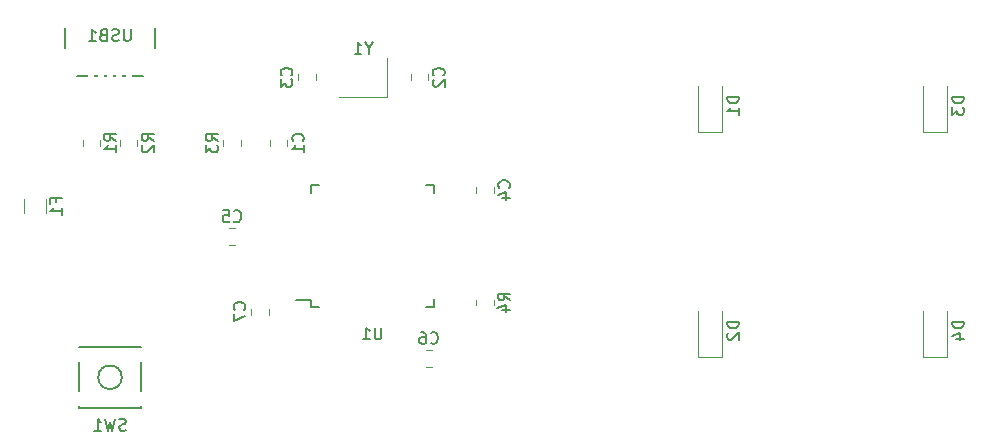
<source format=gbo>
G04 #@! TF.GenerationSoftware,KiCad,Pcbnew,(5.1.4-0-10_14)*
G04 #@! TF.CreationDate,2021-05-05T22:13:24+08:00*
G04 #@! TF.ProjectId,pcb-project,7063622d-7072-46f6-9a65-63742e6b6963,rev?*
G04 #@! TF.SameCoordinates,Original*
G04 #@! TF.FileFunction,Legend,Bot*
G04 #@! TF.FilePolarity,Positive*
%FSLAX46Y46*%
G04 Gerber Fmt 4.6, Leading zero omitted, Abs format (unit mm)*
G04 Created by KiCad (PCBNEW (5.1.4-0-10_14)) date 2021-05-05 22:13:24*
%MOMM*%
%LPD*%
G04 APERTURE LIST*
%ADD10C,0.150000*%
%ADD11C,0.120000*%
%ADD12O,1.802000X2.802000*%
%ADD13R,0.602000X2.352000*%
%ADD14R,1.502000X1.302000*%
%ADD15R,0.652000X1.602000*%
%ADD16R,1.602000X0.652000*%
%ADD17R,1.902000X1.202000*%
%ADD18C,0.100000*%
%ADD19C,1.127000*%
%ADD20C,1.852000*%
%ADD21C,2.352000*%
%ADD22C,4.089800*%
%ADD23C,2.352000*%
%ADD24C,1.352000*%
%ADD25R,1.302000X1.002000*%
%ADD26C,1.102000*%
G04 APERTURE END LIST*
D10*
X166012500Y-104775000D02*
X166012500Y-110225000D01*
X173712500Y-104775000D02*
X173712500Y-110225000D01*
X166012500Y-110225000D02*
X173712500Y-110225000D01*
D11*
X193293750Y-111981250D02*
X189293750Y-111981250D01*
X193293750Y-108681250D02*
X193293750Y-111981250D01*
D10*
X186912500Y-129218750D02*
X185637500Y-129218750D01*
X197262500Y-129793750D02*
X196587500Y-129793750D01*
X197262500Y-119443750D02*
X196587500Y-119443750D01*
X186912500Y-119443750D02*
X187587500Y-119443750D01*
X186912500Y-129793750D02*
X187587500Y-129793750D01*
X186912500Y-119443750D02*
X186912500Y-120118750D01*
X197262500Y-119443750D02*
X197262500Y-120118750D01*
X197262500Y-129793750D02*
X197262500Y-129118750D01*
X186912500Y-129793750D02*
X186912500Y-129218750D01*
X172462500Y-133131250D02*
X167262500Y-133131250D01*
X167262500Y-133131250D02*
X167262500Y-138331250D01*
X167262500Y-138331250D02*
X172462500Y-138331250D01*
X172462500Y-138331250D02*
X172462500Y-133131250D01*
X170862500Y-135731250D02*
G75*
G03X170862500Y-135731250I-1000000J0D01*
G01*
D11*
X200877500Y-129608314D02*
X200877500Y-129154186D01*
X202347500Y-129608314D02*
X202347500Y-129154186D01*
X180916250Y-115660436D02*
X180916250Y-116114564D01*
X179446250Y-115660436D02*
X179446250Y-116114564D01*
X170715000Y-116114564D02*
X170715000Y-115660436D01*
X172185000Y-116114564D02*
X172185000Y-115660436D01*
X167540000Y-116114564D02*
X167540000Y-115660436D01*
X169010000Y-116114564D02*
X169010000Y-115660436D01*
X162602500Y-121858314D02*
X162602500Y-120654186D01*
X164422500Y-121858314D02*
X164422500Y-120654186D01*
X240712500Y-134012500D02*
X240712500Y-130112500D01*
X238712500Y-134012500D02*
X238712500Y-130112500D01*
X240712500Y-134012500D02*
X238712500Y-134012500D01*
X240712500Y-114962500D02*
X240712500Y-111062500D01*
X238712500Y-114962500D02*
X238712500Y-111062500D01*
X240712500Y-114962500D02*
X238712500Y-114962500D01*
X221662500Y-134012500D02*
X221662500Y-130112500D01*
X219662500Y-134012500D02*
X219662500Y-130112500D01*
X221662500Y-134012500D02*
X219662500Y-134012500D01*
X221662500Y-114962500D02*
X221662500Y-111062500D01*
X219662500Y-114962500D02*
X219662500Y-111062500D01*
X221662500Y-114962500D02*
X219662500Y-114962500D01*
X183297500Y-129913748D02*
X183297500Y-130436252D01*
X181827500Y-129913748D02*
X181827500Y-130436252D01*
X197111252Y-134878750D02*
X196588748Y-134878750D01*
X197111252Y-133408750D02*
X196588748Y-133408750D01*
X180442502Y-124560000D02*
X179919998Y-124560000D01*
X180442502Y-123090000D02*
X179919998Y-123090000D01*
X200877500Y-120117502D02*
X200877500Y-119594998D01*
X202347500Y-120117502D02*
X202347500Y-119594998D01*
X187266250Y-110069998D02*
X187266250Y-110592502D01*
X185796250Y-110069998D02*
X185796250Y-110592502D01*
X195321250Y-110592502D02*
X195321250Y-110069998D01*
X196791250Y-110592502D02*
X196791250Y-110069998D01*
X183415000Y-116148752D02*
X183415000Y-115626248D01*
X184885000Y-116148752D02*
X184885000Y-115626248D01*
D10*
X171600595Y-106259380D02*
X171600595Y-107068904D01*
X171552976Y-107164142D01*
X171505357Y-107211761D01*
X171410119Y-107259380D01*
X171219642Y-107259380D01*
X171124404Y-107211761D01*
X171076785Y-107164142D01*
X171029166Y-107068904D01*
X171029166Y-106259380D01*
X170600595Y-107211761D02*
X170457738Y-107259380D01*
X170219642Y-107259380D01*
X170124404Y-107211761D01*
X170076785Y-107164142D01*
X170029166Y-107068904D01*
X170029166Y-106973666D01*
X170076785Y-106878428D01*
X170124404Y-106830809D01*
X170219642Y-106783190D01*
X170410119Y-106735571D01*
X170505357Y-106687952D01*
X170552976Y-106640333D01*
X170600595Y-106545095D01*
X170600595Y-106449857D01*
X170552976Y-106354619D01*
X170505357Y-106307000D01*
X170410119Y-106259380D01*
X170172023Y-106259380D01*
X170029166Y-106307000D01*
X169267261Y-106735571D02*
X169124404Y-106783190D01*
X169076785Y-106830809D01*
X169029166Y-106926047D01*
X169029166Y-107068904D01*
X169076785Y-107164142D01*
X169124404Y-107211761D01*
X169219642Y-107259380D01*
X169600595Y-107259380D01*
X169600595Y-106259380D01*
X169267261Y-106259380D01*
X169172023Y-106307000D01*
X169124404Y-106354619D01*
X169076785Y-106449857D01*
X169076785Y-106545095D01*
X169124404Y-106640333D01*
X169172023Y-106687952D01*
X169267261Y-106735571D01*
X169600595Y-106735571D01*
X168076785Y-107259380D02*
X168648214Y-107259380D01*
X168362500Y-107259380D02*
X168362500Y-106259380D01*
X168457738Y-106402238D01*
X168552976Y-106497476D01*
X168648214Y-106545095D01*
X191769940Y-107857440D02*
X191769940Y-108333630D01*
X192103273Y-107333630D02*
X191769940Y-107857440D01*
X191436607Y-107333630D01*
X190579464Y-108333630D02*
X191150892Y-108333630D01*
X190865178Y-108333630D02*
X190865178Y-107333630D01*
X190960416Y-107476488D01*
X191055654Y-107571726D01*
X191150892Y-107619345D01*
X192849404Y-131521130D02*
X192849404Y-132330654D01*
X192801785Y-132425892D01*
X192754166Y-132473511D01*
X192658928Y-132521130D01*
X192468452Y-132521130D01*
X192373214Y-132473511D01*
X192325595Y-132425892D01*
X192277976Y-132330654D01*
X192277976Y-131521130D01*
X191277976Y-132521130D02*
X191849404Y-132521130D01*
X191563690Y-132521130D02*
X191563690Y-131521130D01*
X191658928Y-131663988D01*
X191754166Y-131759226D01*
X191849404Y-131806845D01*
X171195833Y-140200011D02*
X171052976Y-140247630D01*
X170814880Y-140247630D01*
X170719642Y-140200011D01*
X170672023Y-140152392D01*
X170624404Y-140057154D01*
X170624404Y-139961916D01*
X170672023Y-139866678D01*
X170719642Y-139819059D01*
X170814880Y-139771440D01*
X171005357Y-139723821D01*
X171100595Y-139676202D01*
X171148214Y-139628583D01*
X171195833Y-139533345D01*
X171195833Y-139438107D01*
X171148214Y-139342869D01*
X171100595Y-139295250D01*
X171005357Y-139247630D01*
X170767261Y-139247630D01*
X170624404Y-139295250D01*
X170291071Y-139247630D02*
X170052976Y-140247630D01*
X169862500Y-139533345D01*
X169672023Y-140247630D01*
X169433928Y-139247630D01*
X168529166Y-140247630D02*
X169100595Y-140247630D01*
X168814880Y-140247630D02*
X168814880Y-139247630D01*
X168910119Y-139390488D01*
X169005357Y-139485726D01*
X169100595Y-139533345D01*
X203714880Y-129214583D02*
X203238690Y-128881250D01*
X203714880Y-128643154D02*
X202714880Y-128643154D01*
X202714880Y-129024107D01*
X202762500Y-129119345D01*
X202810119Y-129166964D01*
X202905357Y-129214583D01*
X203048214Y-129214583D01*
X203143452Y-129166964D01*
X203191071Y-129119345D01*
X203238690Y-129024107D01*
X203238690Y-128643154D01*
X203048214Y-130071726D02*
X203714880Y-130071726D01*
X202667261Y-129833630D02*
X203381547Y-129595535D01*
X203381547Y-130214583D01*
X178983630Y-115720833D02*
X178507440Y-115387500D01*
X178983630Y-115149404D02*
X177983630Y-115149404D01*
X177983630Y-115530357D01*
X178031250Y-115625595D01*
X178078869Y-115673214D01*
X178174107Y-115720833D01*
X178316964Y-115720833D01*
X178412202Y-115673214D01*
X178459821Y-115625595D01*
X178507440Y-115530357D01*
X178507440Y-115149404D01*
X177983630Y-116054166D02*
X177983630Y-116673214D01*
X178364583Y-116339880D01*
X178364583Y-116482738D01*
X178412202Y-116577976D01*
X178459821Y-116625595D01*
X178555059Y-116673214D01*
X178793154Y-116673214D01*
X178888392Y-116625595D01*
X178936011Y-116577976D01*
X178983630Y-116482738D01*
X178983630Y-116197023D01*
X178936011Y-116101785D01*
X178888392Y-116054166D01*
X173552380Y-115720833D02*
X173076190Y-115387500D01*
X173552380Y-115149404D02*
X172552380Y-115149404D01*
X172552380Y-115530357D01*
X172600000Y-115625595D01*
X172647619Y-115673214D01*
X172742857Y-115720833D01*
X172885714Y-115720833D01*
X172980952Y-115673214D01*
X173028571Y-115625595D01*
X173076190Y-115530357D01*
X173076190Y-115149404D01*
X172647619Y-116101785D02*
X172600000Y-116149404D01*
X172552380Y-116244642D01*
X172552380Y-116482738D01*
X172600000Y-116577976D01*
X172647619Y-116625595D01*
X172742857Y-116673214D01*
X172838095Y-116673214D01*
X172980952Y-116625595D01*
X173552380Y-116054166D01*
X173552380Y-116673214D01*
X170377380Y-115720833D02*
X169901190Y-115387500D01*
X170377380Y-115149404D02*
X169377380Y-115149404D01*
X169377380Y-115530357D01*
X169425000Y-115625595D01*
X169472619Y-115673214D01*
X169567857Y-115720833D01*
X169710714Y-115720833D01*
X169805952Y-115673214D01*
X169853571Y-115625595D01*
X169901190Y-115530357D01*
X169901190Y-115149404D01*
X170377380Y-116673214D02*
X170377380Y-116101785D01*
X170377380Y-116387500D02*
X169377380Y-116387500D01*
X169520238Y-116292261D01*
X169615476Y-116197023D01*
X169663095Y-116101785D01*
X165261071Y-120922916D02*
X165261071Y-120589583D01*
X165784880Y-120589583D02*
X164784880Y-120589583D01*
X164784880Y-121065773D01*
X165784880Y-121970535D02*
X165784880Y-121399107D01*
X165784880Y-121684821D02*
X164784880Y-121684821D01*
X164927738Y-121589583D01*
X165022976Y-121494345D01*
X165070595Y-121399107D01*
X242164880Y-131024404D02*
X241164880Y-131024404D01*
X241164880Y-131262500D01*
X241212500Y-131405357D01*
X241307738Y-131500595D01*
X241402976Y-131548214D01*
X241593452Y-131595833D01*
X241736309Y-131595833D01*
X241926785Y-131548214D01*
X242022023Y-131500595D01*
X242117261Y-131405357D01*
X242164880Y-131262500D01*
X242164880Y-131024404D01*
X241498214Y-132452976D02*
X242164880Y-132452976D01*
X241117261Y-132214880D02*
X241831547Y-131976785D01*
X241831547Y-132595833D01*
X242164880Y-111974404D02*
X241164880Y-111974404D01*
X241164880Y-112212500D01*
X241212500Y-112355357D01*
X241307738Y-112450595D01*
X241402976Y-112498214D01*
X241593452Y-112545833D01*
X241736309Y-112545833D01*
X241926785Y-112498214D01*
X242022023Y-112450595D01*
X242117261Y-112355357D01*
X242164880Y-112212500D01*
X242164880Y-111974404D01*
X241164880Y-112879166D02*
X241164880Y-113498214D01*
X241545833Y-113164880D01*
X241545833Y-113307738D01*
X241593452Y-113402976D01*
X241641071Y-113450595D01*
X241736309Y-113498214D01*
X241974404Y-113498214D01*
X242069642Y-113450595D01*
X242117261Y-113402976D01*
X242164880Y-113307738D01*
X242164880Y-113022023D01*
X242117261Y-112926785D01*
X242069642Y-112879166D01*
X223114880Y-131024404D02*
X222114880Y-131024404D01*
X222114880Y-131262500D01*
X222162500Y-131405357D01*
X222257738Y-131500595D01*
X222352976Y-131548214D01*
X222543452Y-131595833D01*
X222686309Y-131595833D01*
X222876785Y-131548214D01*
X222972023Y-131500595D01*
X223067261Y-131405357D01*
X223114880Y-131262500D01*
X223114880Y-131024404D01*
X222210119Y-131976785D02*
X222162500Y-132024404D01*
X222114880Y-132119642D01*
X222114880Y-132357738D01*
X222162500Y-132452976D01*
X222210119Y-132500595D01*
X222305357Y-132548214D01*
X222400595Y-132548214D01*
X222543452Y-132500595D01*
X223114880Y-131929166D01*
X223114880Y-132548214D01*
X223114880Y-111974404D02*
X222114880Y-111974404D01*
X222114880Y-112212500D01*
X222162500Y-112355357D01*
X222257738Y-112450595D01*
X222352976Y-112498214D01*
X222543452Y-112545833D01*
X222686309Y-112545833D01*
X222876785Y-112498214D01*
X222972023Y-112450595D01*
X223067261Y-112355357D01*
X223114880Y-112212500D01*
X223114880Y-111974404D01*
X223114880Y-113498214D02*
X223114880Y-112926785D01*
X223114880Y-113212500D02*
X222114880Y-113212500D01*
X222257738Y-113117261D01*
X222352976Y-113022023D01*
X222400595Y-112926785D01*
X181239642Y-130008333D02*
X181287261Y-129960714D01*
X181334880Y-129817857D01*
X181334880Y-129722619D01*
X181287261Y-129579761D01*
X181192023Y-129484523D01*
X181096785Y-129436904D01*
X180906309Y-129389285D01*
X180763452Y-129389285D01*
X180572976Y-129436904D01*
X180477738Y-129484523D01*
X180382500Y-129579761D01*
X180334880Y-129722619D01*
X180334880Y-129817857D01*
X180382500Y-129960714D01*
X180430119Y-130008333D01*
X180334880Y-130341666D02*
X180334880Y-131008333D01*
X181334880Y-130579761D01*
X197016666Y-132820892D02*
X197064285Y-132868511D01*
X197207142Y-132916130D01*
X197302380Y-132916130D01*
X197445238Y-132868511D01*
X197540476Y-132773273D01*
X197588095Y-132678035D01*
X197635714Y-132487559D01*
X197635714Y-132344702D01*
X197588095Y-132154226D01*
X197540476Y-132058988D01*
X197445238Y-131963750D01*
X197302380Y-131916130D01*
X197207142Y-131916130D01*
X197064285Y-131963750D01*
X197016666Y-132011369D01*
X196159523Y-131916130D02*
X196350000Y-131916130D01*
X196445238Y-131963750D01*
X196492857Y-132011369D01*
X196588095Y-132154226D01*
X196635714Y-132344702D01*
X196635714Y-132725654D01*
X196588095Y-132820892D01*
X196540476Y-132868511D01*
X196445238Y-132916130D01*
X196254761Y-132916130D01*
X196159523Y-132868511D01*
X196111904Y-132820892D01*
X196064285Y-132725654D01*
X196064285Y-132487559D01*
X196111904Y-132392321D01*
X196159523Y-132344702D01*
X196254761Y-132297083D01*
X196445238Y-132297083D01*
X196540476Y-132344702D01*
X196588095Y-132392321D01*
X196635714Y-132487559D01*
X180347916Y-122502142D02*
X180395535Y-122549761D01*
X180538392Y-122597380D01*
X180633630Y-122597380D01*
X180776488Y-122549761D01*
X180871726Y-122454523D01*
X180919345Y-122359285D01*
X180966964Y-122168809D01*
X180966964Y-122025952D01*
X180919345Y-121835476D01*
X180871726Y-121740238D01*
X180776488Y-121645000D01*
X180633630Y-121597380D01*
X180538392Y-121597380D01*
X180395535Y-121645000D01*
X180347916Y-121692619D01*
X179443154Y-121597380D02*
X179919345Y-121597380D01*
X179966964Y-122073571D01*
X179919345Y-122025952D01*
X179824107Y-121978333D01*
X179586011Y-121978333D01*
X179490773Y-122025952D01*
X179443154Y-122073571D01*
X179395535Y-122168809D01*
X179395535Y-122406904D01*
X179443154Y-122502142D01*
X179490773Y-122549761D01*
X179586011Y-122597380D01*
X179824107Y-122597380D01*
X179919345Y-122549761D01*
X179966964Y-122502142D01*
X203649642Y-119689583D02*
X203697261Y-119641964D01*
X203744880Y-119499107D01*
X203744880Y-119403869D01*
X203697261Y-119261011D01*
X203602023Y-119165773D01*
X203506785Y-119118154D01*
X203316309Y-119070535D01*
X203173452Y-119070535D01*
X202982976Y-119118154D01*
X202887738Y-119165773D01*
X202792500Y-119261011D01*
X202744880Y-119403869D01*
X202744880Y-119499107D01*
X202792500Y-119641964D01*
X202840119Y-119689583D01*
X203078214Y-120546726D02*
X203744880Y-120546726D01*
X202697261Y-120308630D02*
X203411547Y-120070535D01*
X203411547Y-120689583D01*
X185208392Y-110164583D02*
X185256011Y-110116964D01*
X185303630Y-109974107D01*
X185303630Y-109878869D01*
X185256011Y-109736011D01*
X185160773Y-109640773D01*
X185065535Y-109593154D01*
X184875059Y-109545535D01*
X184732202Y-109545535D01*
X184541726Y-109593154D01*
X184446488Y-109640773D01*
X184351250Y-109736011D01*
X184303630Y-109878869D01*
X184303630Y-109974107D01*
X184351250Y-110116964D01*
X184398869Y-110164583D01*
X184303630Y-110497916D02*
X184303630Y-111116964D01*
X184684583Y-110783630D01*
X184684583Y-110926488D01*
X184732202Y-111021726D01*
X184779821Y-111069345D01*
X184875059Y-111116964D01*
X185113154Y-111116964D01*
X185208392Y-111069345D01*
X185256011Y-111021726D01*
X185303630Y-110926488D01*
X185303630Y-110640773D01*
X185256011Y-110545535D01*
X185208392Y-110497916D01*
X198093392Y-110164583D02*
X198141011Y-110116964D01*
X198188630Y-109974107D01*
X198188630Y-109878869D01*
X198141011Y-109736011D01*
X198045773Y-109640773D01*
X197950535Y-109593154D01*
X197760059Y-109545535D01*
X197617202Y-109545535D01*
X197426726Y-109593154D01*
X197331488Y-109640773D01*
X197236250Y-109736011D01*
X197188630Y-109878869D01*
X197188630Y-109974107D01*
X197236250Y-110116964D01*
X197283869Y-110164583D01*
X197283869Y-110545535D02*
X197236250Y-110593154D01*
X197188630Y-110688392D01*
X197188630Y-110926488D01*
X197236250Y-111021726D01*
X197283869Y-111069345D01*
X197379107Y-111116964D01*
X197474345Y-111116964D01*
X197617202Y-111069345D01*
X198188630Y-110497916D01*
X198188630Y-111116964D01*
X186187142Y-115720833D02*
X186234761Y-115673214D01*
X186282380Y-115530357D01*
X186282380Y-115435119D01*
X186234761Y-115292261D01*
X186139523Y-115197023D01*
X186044285Y-115149404D01*
X185853809Y-115101785D01*
X185710952Y-115101785D01*
X185520476Y-115149404D01*
X185425238Y-115197023D01*
X185330000Y-115292261D01*
X185282380Y-115435119D01*
X185282380Y-115530357D01*
X185330000Y-115673214D01*
X185377619Y-115720833D01*
X186282380Y-116673214D02*
X186282380Y-116101785D01*
X186282380Y-116387500D02*
X185282380Y-116387500D01*
X185425238Y-116292261D01*
X185520476Y-116197023D01*
X185568095Y-116101785D01*
%LPC*%
D12*
X166212500Y-104775000D03*
X173512500Y-104775000D03*
X173512500Y-109275000D03*
X166212500Y-109275000D03*
D13*
X168262500Y-109275000D03*
X169062500Y-109275000D03*
X169862500Y-109275000D03*
X170662500Y-109275000D03*
X171462500Y-109275000D03*
D14*
X192393750Y-109481250D03*
X190193750Y-109481250D03*
X190193750Y-111181250D03*
X192393750Y-111181250D03*
D15*
X188087500Y-130318750D03*
X188887500Y-130318750D03*
X189687500Y-130318750D03*
X190487500Y-130318750D03*
X191287500Y-130318750D03*
X192087500Y-130318750D03*
X192887500Y-130318750D03*
X193687500Y-130318750D03*
X194487500Y-130318750D03*
X195287500Y-130318750D03*
X196087500Y-130318750D03*
D16*
X197787500Y-128618750D03*
X197787500Y-127818750D03*
X197787500Y-127018750D03*
X197787500Y-126218750D03*
X197787500Y-125418750D03*
X197787500Y-124618750D03*
X197787500Y-123818750D03*
X197787500Y-123018750D03*
X197787500Y-122218750D03*
X197787500Y-121418750D03*
X197787500Y-120618750D03*
D15*
X196087500Y-118918750D03*
X195287500Y-118918750D03*
X194487500Y-118918750D03*
X193687500Y-118918750D03*
X192887500Y-118918750D03*
X192087500Y-118918750D03*
X191287500Y-118918750D03*
X190487500Y-118918750D03*
X189687500Y-118918750D03*
X188887500Y-118918750D03*
X188087500Y-118918750D03*
D16*
X186387500Y-120618750D03*
X186387500Y-121418750D03*
X186387500Y-122218750D03*
X186387500Y-123018750D03*
X186387500Y-123818750D03*
X186387500Y-124618750D03*
X186387500Y-125418750D03*
X186387500Y-126218750D03*
X186387500Y-127018750D03*
X186387500Y-127818750D03*
X186387500Y-128618750D03*
D17*
X172962500Y-137581250D03*
X166762500Y-133881250D03*
X172962500Y-133881250D03*
X166762500Y-137581250D03*
D18*
G36*
X202115566Y-127906574D02*
G01*
X202142249Y-127910532D01*
X202168416Y-127917086D01*
X202193814Y-127926174D01*
X202218199Y-127937707D01*
X202241336Y-127951575D01*
X202263003Y-127967644D01*
X202282990Y-127985760D01*
X202301106Y-128005747D01*
X202317175Y-128027414D01*
X202331043Y-128050551D01*
X202342576Y-128074936D01*
X202351664Y-128100334D01*
X202358218Y-128126501D01*
X202362176Y-128153184D01*
X202363500Y-128180127D01*
X202363500Y-128757373D01*
X202362176Y-128784316D01*
X202358218Y-128810999D01*
X202351664Y-128837166D01*
X202342576Y-128862564D01*
X202331043Y-128886949D01*
X202317175Y-128910086D01*
X202301106Y-128931753D01*
X202282990Y-128951740D01*
X202263003Y-128969856D01*
X202241336Y-128985925D01*
X202218199Y-128999793D01*
X202193814Y-129011326D01*
X202168416Y-129020414D01*
X202142249Y-129026968D01*
X202115566Y-129030926D01*
X202088623Y-129032250D01*
X201136377Y-129032250D01*
X201109434Y-129030926D01*
X201082751Y-129026968D01*
X201056584Y-129020414D01*
X201031186Y-129011326D01*
X201006801Y-128999793D01*
X200983664Y-128985925D01*
X200961997Y-128969856D01*
X200942010Y-128951740D01*
X200923894Y-128931753D01*
X200907825Y-128910086D01*
X200893957Y-128886949D01*
X200882424Y-128862564D01*
X200873336Y-128837166D01*
X200866782Y-128810999D01*
X200862824Y-128784316D01*
X200861500Y-128757373D01*
X200861500Y-128180127D01*
X200862824Y-128153184D01*
X200866782Y-128126501D01*
X200873336Y-128100334D01*
X200882424Y-128074936D01*
X200893957Y-128050551D01*
X200907825Y-128027414D01*
X200923894Y-128005747D01*
X200942010Y-127985760D01*
X200961997Y-127967644D01*
X200983664Y-127951575D01*
X201006801Y-127937707D01*
X201031186Y-127926174D01*
X201056584Y-127917086D01*
X201082751Y-127910532D01*
X201109434Y-127906574D01*
X201136377Y-127905250D01*
X202088623Y-127905250D01*
X202115566Y-127906574D01*
X202115566Y-127906574D01*
G37*
D19*
X201612500Y-128468750D03*
D18*
G36*
X202115566Y-129731574D02*
G01*
X202142249Y-129735532D01*
X202168416Y-129742086D01*
X202193814Y-129751174D01*
X202218199Y-129762707D01*
X202241336Y-129776575D01*
X202263003Y-129792644D01*
X202282990Y-129810760D01*
X202301106Y-129830747D01*
X202317175Y-129852414D01*
X202331043Y-129875551D01*
X202342576Y-129899936D01*
X202351664Y-129925334D01*
X202358218Y-129951501D01*
X202362176Y-129978184D01*
X202363500Y-130005127D01*
X202363500Y-130582373D01*
X202362176Y-130609316D01*
X202358218Y-130635999D01*
X202351664Y-130662166D01*
X202342576Y-130687564D01*
X202331043Y-130711949D01*
X202317175Y-130735086D01*
X202301106Y-130756753D01*
X202282990Y-130776740D01*
X202263003Y-130794856D01*
X202241336Y-130810925D01*
X202218199Y-130824793D01*
X202193814Y-130836326D01*
X202168416Y-130845414D01*
X202142249Y-130851968D01*
X202115566Y-130855926D01*
X202088623Y-130857250D01*
X201136377Y-130857250D01*
X201109434Y-130855926D01*
X201082751Y-130851968D01*
X201056584Y-130845414D01*
X201031186Y-130836326D01*
X201006801Y-130824793D01*
X200983664Y-130810925D01*
X200961997Y-130794856D01*
X200942010Y-130776740D01*
X200923894Y-130756753D01*
X200907825Y-130735086D01*
X200893957Y-130711949D01*
X200882424Y-130687564D01*
X200873336Y-130662166D01*
X200866782Y-130635999D01*
X200862824Y-130609316D01*
X200861500Y-130582373D01*
X200861500Y-130005127D01*
X200862824Y-129978184D01*
X200866782Y-129951501D01*
X200873336Y-129925334D01*
X200882424Y-129899936D01*
X200893957Y-129875551D01*
X200907825Y-129852414D01*
X200923894Y-129830747D01*
X200942010Y-129810760D01*
X200961997Y-129792644D01*
X200983664Y-129776575D01*
X201006801Y-129762707D01*
X201031186Y-129751174D01*
X201056584Y-129742086D01*
X201082751Y-129735532D01*
X201109434Y-129731574D01*
X201136377Y-129730250D01*
X202088623Y-129730250D01*
X202115566Y-129731574D01*
X202115566Y-129731574D01*
G37*
D19*
X201612500Y-130293750D03*
D18*
G36*
X180684316Y-116237824D02*
G01*
X180710999Y-116241782D01*
X180737166Y-116248336D01*
X180762564Y-116257424D01*
X180786949Y-116268957D01*
X180810086Y-116282825D01*
X180831753Y-116298894D01*
X180851740Y-116317010D01*
X180869856Y-116336997D01*
X180885925Y-116358664D01*
X180899793Y-116381801D01*
X180911326Y-116406186D01*
X180920414Y-116431584D01*
X180926968Y-116457751D01*
X180930926Y-116484434D01*
X180932250Y-116511377D01*
X180932250Y-117088623D01*
X180930926Y-117115566D01*
X180926968Y-117142249D01*
X180920414Y-117168416D01*
X180911326Y-117193814D01*
X180899793Y-117218199D01*
X180885925Y-117241336D01*
X180869856Y-117263003D01*
X180851740Y-117282990D01*
X180831753Y-117301106D01*
X180810086Y-117317175D01*
X180786949Y-117331043D01*
X180762564Y-117342576D01*
X180737166Y-117351664D01*
X180710999Y-117358218D01*
X180684316Y-117362176D01*
X180657373Y-117363500D01*
X179705127Y-117363500D01*
X179678184Y-117362176D01*
X179651501Y-117358218D01*
X179625334Y-117351664D01*
X179599936Y-117342576D01*
X179575551Y-117331043D01*
X179552414Y-117317175D01*
X179530747Y-117301106D01*
X179510760Y-117282990D01*
X179492644Y-117263003D01*
X179476575Y-117241336D01*
X179462707Y-117218199D01*
X179451174Y-117193814D01*
X179442086Y-117168416D01*
X179435532Y-117142249D01*
X179431574Y-117115566D01*
X179430250Y-117088623D01*
X179430250Y-116511377D01*
X179431574Y-116484434D01*
X179435532Y-116457751D01*
X179442086Y-116431584D01*
X179451174Y-116406186D01*
X179462707Y-116381801D01*
X179476575Y-116358664D01*
X179492644Y-116336997D01*
X179510760Y-116317010D01*
X179530747Y-116298894D01*
X179552414Y-116282825D01*
X179575551Y-116268957D01*
X179599936Y-116257424D01*
X179625334Y-116248336D01*
X179651501Y-116241782D01*
X179678184Y-116237824D01*
X179705127Y-116236500D01*
X180657373Y-116236500D01*
X180684316Y-116237824D01*
X180684316Y-116237824D01*
G37*
D19*
X180181250Y-116800000D03*
D18*
G36*
X180684316Y-114412824D02*
G01*
X180710999Y-114416782D01*
X180737166Y-114423336D01*
X180762564Y-114432424D01*
X180786949Y-114443957D01*
X180810086Y-114457825D01*
X180831753Y-114473894D01*
X180851740Y-114492010D01*
X180869856Y-114511997D01*
X180885925Y-114533664D01*
X180899793Y-114556801D01*
X180911326Y-114581186D01*
X180920414Y-114606584D01*
X180926968Y-114632751D01*
X180930926Y-114659434D01*
X180932250Y-114686377D01*
X180932250Y-115263623D01*
X180930926Y-115290566D01*
X180926968Y-115317249D01*
X180920414Y-115343416D01*
X180911326Y-115368814D01*
X180899793Y-115393199D01*
X180885925Y-115416336D01*
X180869856Y-115438003D01*
X180851740Y-115457990D01*
X180831753Y-115476106D01*
X180810086Y-115492175D01*
X180786949Y-115506043D01*
X180762564Y-115517576D01*
X180737166Y-115526664D01*
X180710999Y-115533218D01*
X180684316Y-115537176D01*
X180657373Y-115538500D01*
X179705127Y-115538500D01*
X179678184Y-115537176D01*
X179651501Y-115533218D01*
X179625334Y-115526664D01*
X179599936Y-115517576D01*
X179575551Y-115506043D01*
X179552414Y-115492175D01*
X179530747Y-115476106D01*
X179510760Y-115457990D01*
X179492644Y-115438003D01*
X179476575Y-115416336D01*
X179462707Y-115393199D01*
X179451174Y-115368814D01*
X179442086Y-115343416D01*
X179435532Y-115317249D01*
X179431574Y-115290566D01*
X179430250Y-115263623D01*
X179430250Y-114686377D01*
X179431574Y-114659434D01*
X179435532Y-114632751D01*
X179442086Y-114606584D01*
X179451174Y-114581186D01*
X179462707Y-114556801D01*
X179476575Y-114533664D01*
X179492644Y-114511997D01*
X179510760Y-114492010D01*
X179530747Y-114473894D01*
X179552414Y-114457825D01*
X179575551Y-114443957D01*
X179599936Y-114432424D01*
X179625334Y-114423336D01*
X179651501Y-114416782D01*
X179678184Y-114412824D01*
X179705127Y-114411500D01*
X180657373Y-114411500D01*
X180684316Y-114412824D01*
X180684316Y-114412824D01*
G37*
D19*
X180181250Y-114975000D03*
D18*
G36*
X171953066Y-114412824D02*
G01*
X171979749Y-114416782D01*
X172005916Y-114423336D01*
X172031314Y-114432424D01*
X172055699Y-114443957D01*
X172078836Y-114457825D01*
X172100503Y-114473894D01*
X172120490Y-114492010D01*
X172138606Y-114511997D01*
X172154675Y-114533664D01*
X172168543Y-114556801D01*
X172180076Y-114581186D01*
X172189164Y-114606584D01*
X172195718Y-114632751D01*
X172199676Y-114659434D01*
X172201000Y-114686377D01*
X172201000Y-115263623D01*
X172199676Y-115290566D01*
X172195718Y-115317249D01*
X172189164Y-115343416D01*
X172180076Y-115368814D01*
X172168543Y-115393199D01*
X172154675Y-115416336D01*
X172138606Y-115438003D01*
X172120490Y-115457990D01*
X172100503Y-115476106D01*
X172078836Y-115492175D01*
X172055699Y-115506043D01*
X172031314Y-115517576D01*
X172005916Y-115526664D01*
X171979749Y-115533218D01*
X171953066Y-115537176D01*
X171926123Y-115538500D01*
X170973877Y-115538500D01*
X170946934Y-115537176D01*
X170920251Y-115533218D01*
X170894084Y-115526664D01*
X170868686Y-115517576D01*
X170844301Y-115506043D01*
X170821164Y-115492175D01*
X170799497Y-115476106D01*
X170779510Y-115457990D01*
X170761394Y-115438003D01*
X170745325Y-115416336D01*
X170731457Y-115393199D01*
X170719924Y-115368814D01*
X170710836Y-115343416D01*
X170704282Y-115317249D01*
X170700324Y-115290566D01*
X170699000Y-115263623D01*
X170699000Y-114686377D01*
X170700324Y-114659434D01*
X170704282Y-114632751D01*
X170710836Y-114606584D01*
X170719924Y-114581186D01*
X170731457Y-114556801D01*
X170745325Y-114533664D01*
X170761394Y-114511997D01*
X170779510Y-114492010D01*
X170799497Y-114473894D01*
X170821164Y-114457825D01*
X170844301Y-114443957D01*
X170868686Y-114432424D01*
X170894084Y-114423336D01*
X170920251Y-114416782D01*
X170946934Y-114412824D01*
X170973877Y-114411500D01*
X171926123Y-114411500D01*
X171953066Y-114412824D01*
X171953066Y-114412824D01*
G37*
D19*
X171450000Y-114975000D03*
D18*
G36*
X171953066Y-116237824D02*
G01*
X171979749Y-116241782D01*
X172005916Y-116248336D01*
X172031314Y-116257424D01*
X172055699Y-116268957D01*
X172078836Y-116282825D01*
X172100503Y-116298894D01*
X172120490Y-116317010D01*
X172138606Y-116336997D01*
X172154675Y-116358664D01*
X172168543Y-116381801D01*
X172180076Y-116406186D01*
X172189164Y-116431584D01*
X172195718Y-116457751D01*
X172199676Y-116484434D01*
X172201000Y-116511377D01*
X172201000Y-117088623D01*
X172199676Y-117115566D01*
X172195718Y-117142249D01*
X172189164Y-117168416D01*
X172180076Y-117193814D01*
X172168543Y-117218199D01*
X172154675Y-117241336D01*
X172138606Y-117263003D01*
X172120490Y-117282990D01*
X172100503Y-117301106D01*
X172078836Y-117317175D01*
X172055699Y-117331043D01*
X172031314Y-117342576D01*
X172005916Y-117351664D01*
X171979749Y-117358218D01*
X171953066Y-117362176D01*
X171926123Y-117363500D01*
X170973877Y-117363500D01*
X170946934Y-117362176D01*
X170920251Y-117358218D01*
X170894084Y-117351664D01*
X170868686Y-117342576D01*
X170844301Y-117331043D01*
X170821164Y-117317175D01*
X170799497Y-117301106D01*
X170779510Y-117282990D01*
X170761394Y-117263003D01*
X170745325Y-117241336D01*
X170731457Y-117218199D01*
X170719924Y-117193814D01*
X170710836Y-117168416D01*
X170704282Y-117142249D01*
X170700324Y-117115566D01*
X170699000Y-117088623D01*
X170699000Y-116511377D01*
X170700324Y-116484434D01*
X170704282Y-116457751D01*
X170710836Y-116431584D01*
X170719924Y-116406186D01*
X170731457Y-116381801D01*
X170745325Y-116358664D01*
X170761394Y-116336997D01*
X170779510Y-116317010D01*
X170799497Y-116298894D01*
X170821164Y-116282825D01*
X170844301Y-116268957D01*
X170868686Y-116257424D01*
X170894084Y-116248336D01*
X170920251Y-116241782D01*
X170946934Y-116237824D01*
X170973877Y-116236500D01*
X171926123Y-116236500D01*
X171953066Y-116237824D01*
X171953066Y-116237824D01*
G37*
D19*
X171450000Y-116800000D03*
D18*
G36*
X168778066Y-114412824D02*
G01*
X168804749Y-114416782D01*
X168830916Y-114423336D01*
X168856314Y-114432424D01*
X168880699Y-114443957D01*
X168903836Y-114457825D01*
X168925503Y-114473894D01*
X168945490Y-114492010D01*
X168963606Y-114511997D01*
X168979675Y-114533664D01*
X168993543Y-114556801D01*
X169005076Y-114581186D01*
X169014164Y-114606584D01*
X169020718Y-114632751D01*
X169024676Y-114659434D01*
X169026000Y-114686377D01*
X169026000Y-115263623D01*
X169024676Y-115290566D01*
X169020718Y-115317249D01*
X169014164Y-115343416D01*
X169005076Y-115368814D01*
X168993543Y-115393199D01*
X168979675Y-115416336D01*
X168963606Y-115438003D01*
X168945490Y-115457990D01*
X168925503Y-115476106D01*
X168903836Y-115492175D01*
X168880699Y-115506043D01*
X168856314Y-115517576D01*
X168830916Y-115526664D01*
X168804749Y-115533218D01*
X168778066Y-115537176D01*
X168751123Y-115538500D01*
X167798877Y-115538500D01*
X167771934Y-115537176D01*
X167745251Y-115533218D01*
X167719084Y-115526664D01*
X167693686Y-115517576D01*
X167669301Y-115506043D01*
X167646164Y-115492175D01*
X167624497Y-115476106D01*
X167604510Y-115457990D01*
X167586394Y-115438003D01*
X167570325Y-115416336D01*
X167556457Y-115393199D01*
X167544924Y-115368814D01*
X167535836Y-115343416D01*
X167529282Y-115317249D01*
X167525324Y-115290566D01*
X167524000Y-115263623D01*
X167524000Y-114686377D01*
X167525324Y-114659434D01*
X167529282Y-114632751D01*
X167535836Y-114606584D01*
X167544924Y-114581186D01*
X167556457Y-114556801D01*
X167570325Y-114533664D01*
X167586394Y-114511997D01*
X167604510Y-114492010D01*
X167624497Y-114473894D01*
X167646164Y-114457825D01*
X167669301Y-114443957D01*
X167693686Y-114432424D01*
X167719084Y-114423336D01*
X167745251Y-114416782D01*
X167771934Y-114412824D01*
X167798877Y-114411500D01*
X168751123Y-114411500D01*
X168778066Y-114412824D01*
X168778066Y-114412824D01*
G37*
D19*
X168275000Y-114975000D03*
D18*
G36*
X168778066Y-116237824D02*
G01*
X168804749Y-116241782D01*
X168830916Y-116248336D01*
X168856314Y-116257424D01*
X168880699Y-116268957D01*
X168903836Y-116282825D01*
X168925503Y-116298894D01*
X168945490Y-116317010D01*
X168963606Y-116336997D01*
X168979675Y-116358664D01*
X168993543Y-116381801D01*
X169005076Y-116406186D01*
X169014164Y-116431584D01*
X169020718Y-116457751D01*
X169024676Y-116484434D01*
X169026000Y-116511377D01*
X169026000Y-117088623D01*
X169024676Y-117115566D01*
X169020718Y-117142249D01*
X169014164Y-117168416D01*
X169005076Y-117193814D01*
X168993543Y-117218199D01*
X168979675Y-117241336D01*
X168963606Y-117263003D01*
X168945490Y-117282990D01*
X168925503Y-117301106D01*
X168903836Y-117317175D01*
X168880699Y-117331043D01*
X168856314Y-117342576D01*
X168830916Y-117351664D01*
X168804749Y-117358218D01*
X168778066Y-117362176D01*
X168751123Y-117363500D01*
X167798877Y-117363500D01*
X167771934Y-117362176D01*
X167745251Y-117358218D01*
X167719084Y-117351664D01*
X167693686Y-117342576D01*
X167669301Y-117331043D01*
X167646164Y-117317175D01*
X167624497Y-117301106D01*
X167604510Y-117282990D01*
X167586394Y-117263003D01*
X167570325Y-117241336D01*
X167556457Y-117218199D01*
X167544924Y-117193814D01*
X167535836Y-117168416D01*
X167529282Y-117142249D01*
X167525324Y-117115566D01*
X167524000Y-117088623D01*
X167524000Y-116511377D01*
X167525324Y-116484434D01*
X167529282Y-116457751D01*
X167535836Y-116431584D01*
X167544924Y-116406186D01*
X167556457Y-116381801D01*
X167570325Y-116358664D01*
X167586394Y-116336997D01*
X167604510Y-116317010D01*
X167624497Y-116298894D01*
X167646164Y-116282825D01*
X167669301Y-116268957D01*
X167693686Y-116257424D01*
X167719084Y-116248336D01*
X167745251Y-116241782D01*
X167771934Y-116237824D01*
X167798877Y-116236500D01*
X168751123Y-116236500D01*
X168778066Y-116237824D01*
X168778066Y-116237824D01*
G37*
D19*
X168275000Y-116800000D03*
D20*
X236855000Y-131762500D03*
X226695000Y-131762500D03*
D21*
X229275000Y-127762500D03*
D22*
X231775000Y-131762500D03*
D21*
X228620001Y-128492500D03*
D23*
X227965000Y-129222500D02*
X229275002Y-127762500D01*
D21*
X234315000Y-126682500D03*
X234295000Y-126972500D03*
D23*
X234275000Y-127262500D02*
X234315000Y-126682500D01*
D20*
X217805000Y-131762500D03*
X207645000Y-131762500D03*
D21*
X210225000Y-127762500D03*
D22*
X212725000Y-131762500D03*
D21*
X209570001Y-128492500D03*
D23*
X208915000Y-129222500D02*
X210225002Y-127762500D01*
D21*
X215265000Y-126682500D03*
X215245000Y-126972500D03*
D23*
X215225000Y-127262500D02*
X215265000Y-126682500D01*
D20*
X236855000Y-112712500D03*
X226695000Y-112712500D03*
D21*
X229275000Y-108712500D03*
D22*
X231775000Y-112712500D03*
D21*
X228620001Y-109442500D03*
D23*
X227965000Y-110172500D02*
X229275002Y-108712500D01*
D21*
X234315000Y-107632500D03*
X234295000Y-107922500D03*
D23*
X234275000Y-108212500D02*
X234315000Y-107632500D01*
D20*
X217805000Y-112712500D03*
X207645000Y-112712500D03*
D21*
X210225000Y-108712500D03*
D22*
X212725000Y-112712500D03*
D21*
X209570001Y-109442500D03*
D23*
X208915000Y-110172500D02*
X210225002Y-108712500D01*
D21*
X215265000Y-107632500D03*
X215245000Y-107922500D03*
D23*
X215225000Y-108212500D02*
X215265000Y-107632500D01*
D18*
G36*
X164194604Y-119181552D02*
G01*
X164220852Y-119185446D01*
X164246593Y-119191893D01*
X164271578Y-119200833D01*
X164295566Y-119212178D01*
X164318326Y-119225821D01*
X164339640Y-119241628D01*
X164359302Y-119259448D01*
X164377122Y-119279110D01*
X164392929Y-119300424D01*
X164406572Y-119323184D01*
X164417917Y-119347172D01*
X164426857Y-119372157D01*
X164433304Y-119397898D01*
X164437198Y-119424146D01*
X164438500Y-119450650D01*
X164438500Y-120261850D01*
X164437198Y-120288354D01*
X164433304Y-120314602D01*
X164426857Y-120340343D01*
X164417917Y-120365328D01*
X164406572Y-120389316D01*
X164392929Y-120412076D01*
X164377122Y-120433390D01*
X164359302Y-120453052D01*
X164339640Y-120470872D01*
X164318326Y-120486679D01*
X164295566Y-120500322D01*
X164271578Y-120511667D01*
X164246593Y-120520607D01*
X164220852Y-120527054D01*
X164194604Y-120530948D01*
X164168100Y-120532250D01*
X162856900Y-120532250D01*
X162830396Y-120530948D01*
X162804148Y-120527054D01*
X162778407Y-120520607D01*
X162753422Y-120511667D01*
X162729434Y-120500322D01*
X162706674Y-120486679D01*
X162685360Y-120470872D01*
X162665698Y-120453052D01*
X162647878Y-120433390D01*
X162632071Y-120412076D01*
X162618428Y-120389316D01*
X162607083Y-120365328D01*
X162598143Y-120340343D01*
X162591696Y-120314602D01*
X162587802Y-120288354D01*
X162586500Y-120261850D01*
X162586500Y-119450650D01*
X162587802Y-119424146D01*
X162591696Y-119397898D01*
X162598143Y-119372157D01*
X162607083Y-119347172D01*
X162618428Y-119323184D01*
X162632071Y-119300424D01*
X162647878Y-119279110D01*
X162665698Y-119259448D01*
X162685360Y-119241628D01*
X162706674Y-119225821D01*
X162729434Y-119212178D01*
X162753422Y-119200833D01*
X162778407Y-119191893D01*
X162804148Y-119185446D01*
X162830396Y-119181552D01*
X162856900Y-119180250D01*
X164168100Y-119180250D01*
X164194604Y-119181552D01*
X164194604Y-119181552D01*
G37*
D24*
X163512500Y-119856250D03*
D18*
G36*
X164194604Y-121981552D02*
G01*
X164220852Y-121985446D01*
X164246593Y-121991893D01*
X164271578Y-122000833D01*
X164295566Y-122012178D01*
X164318326Y-122025821D01*
X164339640Y-122041628D01*
X164359302Y-122059448D01*
X164377122Y-122079110D01*
X164392929Y-122100424D01*
X164406572Y-122123184D01*
X164417917Y-122147172D01*
X164426857Y-122172157D01*
X164433304Y-122197898D01*
X164437198Y-122224146D01*
X164438500Y-122250650D01*
X164438500Y-123061850D01*
X164437198Y-123088354D01*
X164433304Y-123114602D01*
X164426857Y-123140343D01*
X164417917Y-123165328D01*
X164406572Y-123189316D01*
X164392929Y-123212076D01*
X164377122Y-123233390D01*
X164359302Y-123253052D01*
X164339640Y-123270872D01*
X164318326Y-123286679D01*
X164295566Y-123300322D01*
X164271578Y-123311667D01*
X164246593Y-123320607D01*
X164220852Y-123327054D01*
X164194604Y-123330948D01*
X164168100Y-123332250D01*
X162856900Y-123332250D01*
X162830396Y-123330948D01*
X162804148Y-123327054D01*
X162778407Y-123320607D01*
X162753422Y-123311667D01*
X162729434Y-123300322D01*
X162706674Y-123286679D01*
X162685360Y-123270872D01*
X162665698Y-123253052D01*
X162647878Y-123233390D01*
X162632071Y-123212076D01*
X162618428Y-123189316D01*
X162607083Y-123165328D01*
X162598143Y-123140343D01*
X162591696Y-123114602D01*
X162587802Y-123088354D01*
X162586500Y-123061850D01*
X162586500Y-122250650D01*
X162587802Y-122224146D01*
X162591696Y-122197898D01*
X162598143Y-122172157D01*
X162607083Y-122147172D01*
X162618428Y-122123184D01*
X162632071Y-122100424D01*
X162647878Y-122079110D01*
X162665698Y-122059448D01*
X162685360Y-122041628D01*
X162706674Y-122025821D01*
X162729434Y-122012178D01*
X162753422Y-122000833D01*
X162778407Y-121991893D01*
X162804148Y-121985446D01*
X162830396Y-121981552D01*
X162856900Y-121980250D01*
X164168100Y-121980250D01*
X164194604Y-121981552D01*
X164194604Y-121981552D01*
G37*
D24*
X163512500Y-122656250D03*
D25*
X239712500Y-130112500D03*
X239712500Y-133412500D03*
X239712500Y-111062500D03*
X239712500Y-114362500D03*
X220662500Y-130112500D03*
X220662500Y-133412500D03*
X220662500Y-111062500D03*
X220662500Y-114362500D03*
D18*
G36*
X183090004Y-130575327D02*
G01*
X183116747Y-130579294D01*
X183142973Y-130585863D01*
X183168429Y-130594971D01*
X183192870Y-130606531D01*
X183216060Y-130620430D01*
X183237775Y-130636536D01*
X183257808Y-130654692D01*
X183275964Y-130674725D01*
X183292070Y-130696440D01*
X183305969Y-130719630D01*
X183317529Y-130744071D01*
X183326637Y-130769527D01*
X183333206Y-130795753D01*
X183337173Y-130822496D01*
X183338500Y-130849500D01*
X183338500Y-131400500D01*
X183337173Y-131427504D01*
X183333206Y-131454247D01*
X183326637Y-131480473D01*
X183317529Y-131505929D01*
X183305969Y-131530370D01*
X183292070Y-131553560D01*
X183275964Y-131575275D01*
X183257808Y-131595308D01*
X183237775Y-131613464D01*
X183216060Y-131629570D01*
X183192870Y-131643469D01*
X183168429Y-131655029D01*
X183142973Y-131664137D01*
X183116747Y-131670706D01*
X183090004Y-131674673D01*
X183063000Y-131676000D01*
X182062000Y-131676000D01*
X182034996Y-131674673D01*
X182008253Y-131670706D01*
X181982027Y-131664137D01*
X181956571Y-131655029D01*
X181932130Y-131643469D01*
X181908940Y-131629570D01*
X181887225Y-131613464D01*
X181867192Y-131595308D01*
X181849036Y-131575275D01*
X181832930Y-131553560D01*
X181819031Y-131530370D01*
X181807471Y-131505929D01*
X181798363Y-131480473D01*
X181791794Y-131454247D01*
X181787827Y-131427504D01*
X181786500Y-131400500D01*
X181786500Y-130849500D01*
X181787827Y-130822496D01*
X181791794Y-130795753D01*
X181798363Y-130769527D01*
X181807471Y-130744071D01*
X181819031Y-130719630D01*
X181832930Y-130696440D01*
X181849036Y-130674725D01*
X181867192Y-130654692D01*
X181887225Y-130636536D01*
X181908940Y-130620430D01*
X181932130Y-130606531D01*
X181956571Y-130594971D01*
X181982027Y-130585863D01*
X182008253Y-130579294D01*
X182034996Y-130575327D01*
X182062000Y-130574000D01*
X183063000Y-130574000D01*
X183090004Y-130575327D01*
X183090004Y-130575327D01*
G37*
D26*
X182562500Y-131125000D03*
D18*
G36*
X183090004Y-128675327D02*
G01*
X183116747Y-128679294D01*
X183142973Y-128685863D01*
X183168429Y-128694971D01*
X183192870Y-128706531D01*
X183216060Y-128720430D01*
X183237775Y-128736536D01*
X183257808Y-128754692D01*
X183275964Y-128774725D01*
X183292070Y-128796440D01*
X183305969Y-128819630D01*
X183317529Y-128844071D01*
X183326637Y-128869527D01*
X183333206Y-128895753D01*
X183337173Y-128922496D01*
X183338500Y-128949500D01*
X183338500Y-129500500D01*
X183337173Y-129527504D01*
X183333206Y-129554247D01*
X183326637Y-129580473D01*
X183317529Y-129605929D01*
X183305969Y-129630370D01*
X183292070Y-129653560D01*
X183275964Y-129675275D01*
X183257808Y-129695308D01*
X183237775Y-129713464D01*
X183216060Y-129729570D01*
X183192870Y-129743469D01*
X183168429Y-129755029D01*
X183142973Y-129764137D01*
X183116747Y-129770706D01*
X183090004Y-129774673D01*
X183063000Y-129776000D01*
X182062000Y-129776000D01*
X182034996Y-129774673D01*
X182008253Y-129770706D01*
X181982027Y-129764137D01*
X181956571Y-129755029D01*
X181932130Y-129743469D01*
X181908940Y-129729570D01*
X181887225Y-129713464D01*
X181867192Y-129695308D01*
X181849036Y-129675275D01*
X181832930Y-129653560D01*
X181819031Y-129630370D01*
X181807471Y-129605929D01*
X181798363Y-129580473D01*
X181791794Y-129554247D01*
X181787827Y-129527504D01*
X181786500Y-129500500D01*
X181786500Y-128949500D01*
X181787827Y-128922496D01*
X181791794Y-128895753D01*
X181798363Y-128869527D01*
X181807471Y-128844071D01*
X181819031Y-128819630D01*
X181832930Y-128796440D01*
X181849036Y-128774725D01*
X181867192Y-128754692D01*
X181887225Y-128736536D01*
X181908940Y-128720430D01*
X181932130Y-128706531D01*
X181956571Y-128694971D01*
X181982027Y-128685863D01*
X182008253Y-128679294D01*
X182034996Y-128675327D01*
X182062000Y-128674000D01*
X183063000Y-128674000D01*
X183090004Y-128675327D01*
X183090004Y-128675327D01*
G37*
D26*
X182562500Y-129225000D03*
D18*
G36*
X196202504Y-133369077D02*
G01*
X196229247Y-133373044D01*
X196255473Y-133379613D01*
X196280929Y-133388721D01*
X196305370Y-133400281D01*
X196328560Y-133414180D01*
X196350275Y-133430286D01*
X196370308Y-133448442D01*
X196388464Y-133468475D01*
X196404570Y-133490190D01*
X196418469Y-133513380D01*
X196430029Y-133537821D01*
X196439137Y-133563277D01*
X196445706Y-133589503D01*
X196449673Y-133616246D01*
X196451000Y-133643250D01*
X196451000Y-134644250D01*
X196449673Y-134671254D01*
X196445706Y-134697997D01*
X196439137Y-134724223D01*
X196430029Y-134749679D01*
X196418469Y-134774120D01*
X196404570Y-134797310D01*
X196388464Y-134819025D01*
X196370308Y-134839058D01*
X196350275Y-134857214D01*
X196328560Y-134873320D01*
X196305370Y-134887219D01*
X196280929Y-134898779D01*
X196255473Y-134907887D01*
X196229247Y-134914456D01*
X196202504Y-134918423D01*
X196175500Y-134919750D01*
X195624500Y-134919750D01*
X195597496Y-134918423D01*
X195570753Y-134914456D01*
X195544527Y-134907887D01*
X195519071Y-134898779D01*
X195494630Y-134887219D01*
X195471440Y-134873320D01*
X195449725Y-134857214D01*
X195429692Y-134839058D01*
X195411536Y-134819025D01*
X195395430Y-134797310D01*
X195381531Y-134774120D01*
X195369971Y-134749679D01*
X195360863Y-134724223D01*
X195354294Y-134697997D01*
X195350327Y-134671254D01*
X195349000Y-134644250D01*
X195349000Y-133643250D01*
X195350327Y-133616246D01*
X195354294Y-133589503D01*
X195360863Y-133563277D01*
X195369971Y-133537821D01*
X195381531Y-133513380D01*
X195395430Y-133490190D01*
X195411536Y-133468475D01*
X195429692Y-133448442D01*
X195449725Y-133430286D01*
X195471440Y-133414180D01*
X195494630Y-133400281D01*
X195519071Y-133388721D01*
X195544527Y-133379613D01*
X195570753Y-133373044D01*
X195597496Y-133369077D01*
X195624500Y-133367750D01*
X196175500Y-133367750D01*
X196202504Y-133369077D01*
X196202504Y-133369077D01*
G37*
D26*
X195900000Y-134143750D03*
D18*
G36*
X198102504Y-133369077D02*
G01*
X198129247Y-133373044D01*
X198155473Y-133379613D01*
X198180929Y-133388721D01*
X198205370Y-133400281D01*
X198228560Y-133414180D01*
X198250275Y-133430286D01*
X198270308Y-133448442D01*
X198288464Y-133468475D01*
X198304570Y-133490190D01*
X198318469Y-133513380D01*
X198330029Y-133537821D01*
X198339137Y-133563277D01*
X198345706Y-133589503D01*
X198349673Y-133616246D01*
X198351000Y-133643250D01*
X198351000Y-134644250D01*
X198349673Y-134671254D01*
X198345706Y-134697997D01*
X198339137Y-134724223D01*
X198330029Y-134749679D01*
X198318469Y-134774120D01*
X198304570Y-134797310D01*
X198288464Y-134819025D01*
X198270308Y-134839058D01*
X198250275Y-134857214D01*
X198228560Y-134873320D01*
X198205370Y-134887219D01*
X198180929Y-134898779D01*
X198155473Y-134907887D01*
X198129247Y-134914456D01*
X198102504Y-134918423D01*
X198075500Y-134919750D01*
X197524500Y-134919750D01*
X197497496Y-134918423D01*
X197470753Y-134914456D01*
X197444527Y-134907887D01*
X197419071Y-134898779D01*
X197394630Y-134887219D01*
X197371440Y-134873320D01*
X197349725Y-134857214D01*
X197329692Y-134839058D01*
X197311536Y-134819025D01*
X197295430Y-134797310D01*
X197281531Y-134774120D01*
X197269971Y-134749679D01*
X197260863Y-134724223D01*
X197254294Y-134697997D01*
X197250327Y-134671254D01*
X197249000Y-134644250D01*
X197249000Y-133643250D01*
X197250327Y-133616246D01*
X197254294Y-133589503D01*
X197260863Y-133563277D01*
X197269971Y-133537821D01*
X197281531Y-133513380D01*
X197295430Y-133490190D01*
X197311536Y-133468475D01*
X197329692Y-133448442D01*
X197349725Y-133430286D01*
X197371440Y-133414180D01*
X197394630Y-133400281D01*
X197419071Y-133388721D01*
X197444527Y-133379613D01*
X197470753Y-133373044D01*
X197497496Y-133369077D01*
X197524500Y-133367750D01*
X198075500Y-133367750D01*
X198102504Y-133369077D01*
X198102504Y-133369077D01*
G37*
D26*
X197800000Y-134143750D03*
D18*
G36*
X179533754Y-123050327D02*
G01*
X179560497Y-123054294D01*
X179586723Y-123060863D01*
X179612179Y-123069971D01*
X179636620Y-123081531D01*
X179659810Y-123095430D01*
X179681525Y-123111536D01*
X179701558Y-123129692D01*
X179719714Y-123149725D01*
X179735820Y-123171440D01*
X179749719Y-123194630D01*
X179761279Y-123219071D01*
X179770387Y-123244527D01*
X179776956Y-123270753D01*
X179780923Y-123297496D01*
X179782250Y-123324500D01*
X179782250Y-124325500D01*
X179780923Y-124352504D01*
X179776956Y-124379247D01*
X179770387Y-124405473D01*
X179761279Y-124430929D01*
X179749719Y-124455370D01*
X179735820Y-124478560D01*
X179719714Y-124500275D01*
X179701558Y-124520308D01*
X179681525Y-124538464D01*
X179659810Y-124554570D01*
X179636620Y-124568469D01*
X179612179Y-124580029D01*
X179586723Y-124589137D01*
X179560497Y-124595706D01*
X179533754Y-124599673D01*
X179506750Y-124601000D01*
X178955750Y-124601000D01*
X178928746Y-124599673D01*
X178902003Y-124595706D01*
X178875777Y-124589137D01*
X178850321Y-124580029D01*
X178825880Y-124568469D01*
X178802690Y-124554570D01*
X178780975Y-124538464D01*
X178760942Y-124520308D01*
X178742786Y-124500275D01*
X178726680Y-124478560D01*
X178712781Y-124455370D01*
X178701221Y-124430929D01*
X178692113Y-124405473D01*
X178685544Y-124379247D01*
X178681577Y-124352504D01*
X178680250Y-124325500D01*
X178680250Y-123324500D01*
X178681577Y-123297496D01*
X178685544Y-123270753D01*
X178692113Y-123244527D01*
X178701221Y-123219071D01*
X178712781Y-123194630D01*
X178726680Y-123171440D01*
X178742786Y-123149725D01*
X178760942Y-123129692D01*
X178780975Y-123111536D01*
X178802690Y-123095430D01*
X178825880Y-123081531D01*
X178850321Y-123069971D01*
X178875777Y-123060863D01*
X178902003Y-123054294D01*
X178928746Y-123050327D01*
X178955750Y-123049000D01*
X179506750Y-123049000D01*
X179533754Y-123050327D01*
X179533754Y-123050327D01*
G37*
D26*
X179231250Y-123825000D03*
D18*
G36*
X181433754Y-123050327D02*
G01*
X181460497Y-123054294D01*
X181486723Y-123060863D01*
X181512179Y-123069971D01*
X181536620Y-123081531D01*
X181559810Y-123095430D01*
X181581525Y-123111536D01*
X181601558Y-123129692D01*
X181619714Y-123149725D01*
X181635820Y-123171440D01*
X181649719Y-123194630D01*
X181661279Y-123219071D01*
X181670387Y-123244527D01*
X181676956Y-123270753D01*
X181680923Y-123297496D01*
X181682250Y-123324500D01*
X181682250Y-124325500D01*
X181680923Y-124352504D01*
X181676956Y-124379247D01*
X181670387Y-124405473D01*
X181661279Y-124430929D01*
X181649719Y-124455370D01*
X181635820Y-124478560D01*
X181619714Y-124500275D01*
X181601558Y-124520308D01*
X181581525Y-124538464D01*
X181559810Y-124554570D01*
X181536620Y-124568469D01*
X181512179Y-124580029D01*
X181486723Y-124589137D01*
X181460497Y-124595706D01*
X181433754Y-124599673D01*
X181406750Y-124601000D01*
X180855750Y-124601000D01*
X180828746Y-124599673D01*
X180802003Y-124595706D01*
X180775777Y-124589137D01*
X180750321Y-124580029D01*
X180725880Y-124568469D01*
X180702690Y-124554570D01*
X180680975Y-124538464D01*
X180660942Y-124520308D01*
X180642786Y-124500275D01*
X180626680Y-124478560D01*
X180612781Y-124455370D01*
X180601221Y-124430929D01*
X180592113Y-124405473D01*
X180585544Y-124379247D01*
X180581577Y-124352504D01*
X180580250Y-124325500D01*
X180580250Y-123324500D01*
X180581577Y-123297496D01*
X180585544Y-123270753D01*
X180592113Y-123244527D01*
X180601221Y-123219071D01*
X180612781Y-123194630D01*
X180626680Y-123171440D01*
X180642786Y-123149725D01*
X180660942Y-123129692D01*
X180680975Y-123111536D01*
X180702690Y-123095430D01*
X180725880Y-123081531D01*
X180750321Y-123069971D01*
X180775777Y-123060863D01*
X180802003Y-123054294D01*
X180828746Y-123050327D01*
X180855750Y-123049000D01*
X181406750Y-123049000D01*
X181433754Y-123050327D01*
X181433754Y-123050327D01*
G37*
D26*
X181131250Y-123825000D03*
D18*
G36*
X202140004Y-118356577D02*
G01*
X202166747Y-118360544D01*
X202192973Y-118367113D01*
X202218429Y-118376221D01*
X202242870Y-118387781D01*
X202266060Y-118401680D01*
X202287775Y-118417786D01*
X202307808Y-118435942D01*
X202325964Y-118455975D01*
X202342070Y-118477690D01*
X202355969Y-118500880D01*
X202367529Y-118525321D01*
X202376637Y-118550777D01*
X202383206Y-118577003D01*
X202387173Y-118603746D01*
X202388500Y-118630750D01*
X202388500Y-119181750D01*
X202387173Y-119208754D01*
X202383206Y-119235497D01*
X202376637Y-119261723D01*
X202367529Y-119287179D01*
X202355969Y-119311620D01*
X202342070Y-119334810D01*
X202325964Y-119356525D01*
X202307808Y-119376558D01*
X202287775Y-119394714D01*
X202266060Y-119410820D01*
X202242870Y-119424719D01*
X202218429Y-119436279D01*
X202192973Y-119445387D01*
X202166747Y-119451956D01*
X202140004Y-119455923D01*
X202113000Y-119457250D01*
X201112000Y-119457250D01*
X201084996Y-119455923D01*
X201058253Y-119451956D01*
X201032027Y-119445387D01*
X201006571Y-119436279D01*
X200982130Y-119424719D01*
X200958940Y-119410820D01*
X200937225Y-119394714D01*
X200917192Y-119376558D01*
X200899036Y-119356525D01*
X200882930Y-119334810D01*
X200869031Y-119311620D01*
X200857471Y-119287179D01*
X200848363Y-119261723D01*
X200841794Y-119235497D01*
X200837827Y-119208754D01*
X200836500Y-119181750D01*
X200836500Y-118630750D01*
X200837827Y-118603746D01*
X200841794Y-118577003D01*
X200848363Y-118550777D01*
X200857471Y-118525321D01*
X200869031Y-118500880D01*
X200882930Y-118477690D01*
X200899036Y-118455975D01*
X200917192Y-118435942D01*
X200937225Y-118417786D01*
X200958940Y-118401680D01*
X200982130Y-118387781D01*
X201006571Y-118376221D01*
X201032027Y-118367113D01*
X201058253Y-118360544D01*
X201084996Y-118356577D01*
X201112000Y-118355250D01*
X202113000Y-118355250D01*
X202140004Y-118356577D01*
X202140004Y-118356577D01*
G37*
D26*
X201612500Y-118906250D03*
D18*
G36*
X202140004Y-120256577D02*
G01*
X202166747Y-120260544D01*
X202192973Y-120267113D01*
X202218429Y-120276221D01*
X202242870Y-120287781D01*
X202266060Y-120301680D01*
X202287775Y-120317786D01*
X202307808Y-120335942D01*
X202325964Y-120355975D01*
X202342070Y-120377690D01*
X202355969Y-120400880D01*
X202367529Y-120425321D01*
X202376637Y-120450777D01*
X202383206Y-120477003D01*
X202387173Y-120503746D01*
X202388500Y-120530750D01*
X202388500Y-121081750D01*
X202387173Y-121108754D01*
X202383206Y-121135497D01*
X202376637Y-121161723D01*
X202367529Y-121187179D01*
X202355969Y-121211620D01*
X202342070Y-121234810D01*
X202325964Y-121256525D01*
X202307808Y-121276558D01*
X202287775Y-121294714D01*
X202266060Y-121310820D01*
X202242870Y-121324719D01*
X202218429Y-121336279D01*
X202192973Y-121345387D01*
X202166747Y-121351956D01*
X202140004Y-121355923D01*
X202113000Y-121357250D01*
X201112000Y-121357250D01*
X201084996Y-121355923D01*
X201058253Y-121351956D01*
X201032027Y-121345387D01*
X201006571Y-121336279D01*
X200982130Y-121324719D01*
X200958940Y-121310820D01*
X200937225Y-121294714D01*
X200917192Y-121276558D01*
X200899036Y-121256525D01*
X200882930Y-121234810D01*
X200869031Y-121211620D01*
X200857471Y-121187179D01*
X200848363Y-121161723D01*
X200841794Y-121135497D01*
X200837827Y-121108754D01*
X200836500Y-121081750D01*
X200836500Y-120530750D01*
X200837827Y-120503746D01*
X200841794Y-120477003D01*
X200848363Y-120450777D01*
X200857471Y-120425321D01*
X200869031Y-120400880D01*
X200882930Y-120377690D01*
X200899036Y-120355975D01*
X200917192Y-120335942D01*
X200937225Y-120317786D01*
X200958940Y-120301680D01*
X200982130Y-120287781D01*
X201006571Y-120276221D01*
X201032027Y-120267113D01*
X201058253Y-120260544D01*
X201084996Y-120256577D01*
X201112000Y-120255250D01*
X202113000Y-120255250D01*
X202140004Y-120256577D01*
X202140004Y-120256577D01*
G37*
D26*
X201612500Y-120806250D03*
D18*
G36*
X187058754Y-110731577D02*
G01*
X187085497Y-110735544D01*
X187111723Y-110742113D01*
X187137179Y-110751221D01*
X187161620Y-110762781D01*
X187184810Y-110776680D01*
X187206525Y-110792786D01*
X187226558Y-110810942D01*
X187244714Y-110830975D01*
X187260820Y-110852690D01*
X187274719Y-110875880D01*
X187286279Y-110900321D01*
X187295387Y-110925777D01*
X187301956Y-110952003D01*
X187305923Y-110978746D01*
X187307250Y-111005750D01*
X187307250Y-111556750D01*
X187305923Y-111583754D01*
X187301956Y-111610497D01*
X187295387Y-111636723D01*
X187286279Y-111662179D01*
X187274719Y-111686620D01*
X187260820Y-111709810D01*
X187244714Y-111731525D01*
X187226558Y-111751558D01*
X187206525Y-111769714D01*
X187184810Y-111785820D01*
X187161620Y-111799719D01*
X187137179Y-111811279D01*
X187111723Y-111820387D01*
X187085497Y-111826956D01*
X187058754Y-111830923D01*
X187031750Y-111832250D01*
X186030750Y-111832250D01*
X186003746Y-111830923D01*
X185977003Y-111826956D01*
X185950777Y-111820387D01*
X185925321Y-111811279D01*
X185900880Y-111799719D01*
X185877690Y-111785820D01*
X185855975Y-111769714D01*
X185835942Y-111751558D01*
X185817786Y-111731525D01*
X185801680Y-111709810D01*
X185787781Y-111686620D01*
X185776221Y-111662179D01*
X185767113Y-111636723D01*
X185760544Y-111610497D01*
X185756577Y-111583754D01*
X185755250Y-111556750D01*
X185755250Y-111005750D01*
X185756577Y-110978746D01*
X185760544Y-110952003D01*
X185767113Y-110925777D01*
X185776221Y-110900321D01*
X185787781Y-110875880D01*
X185801680Y-110852690D01*
X185817786Y-110830975D01*
X185835942Y-110810942D01*
X185855975Y-110792786D01*
X185877690Y-110776680D01*
X185900880Y-110762781D01*
X185925321Y-110751221D01*
X185950777Y-110742113D01*
X185977003Y-110735544D01*
X186003746Y-110731577D01*
X186030750Y-110730250D01*
X187031750Y-110730250D01*
X187058754Y-110731577D01*
X187058754Y-110731577D01*
G37*
D26*
X186531250Y-111281250D03*
D18*
G36*
X187058754Y-108831577D02*
G01*
X187085497Y-108835544D01*
X187111723Y-108842113D01*
X187137179Y-108851221D01*
X187161620Y-108862781D01*
X187184810Y-108876680D01*
X187206525Y-108892786D01*
X187226558Y-108910942D01*
X187244714Y-108930975D01*
X187260820Y-108952690D01*
X187274719Y-108975880D01*
X187286279Y-109000321D01*
X187295387Y-109025777D01*
X187301956Y-109052003D01*
X187305923Y-109078746D01*
X187307250Y-109105750D01*
X187307250Y-109656750D01*
X187305923Y-109683754D01*
X187301956Y-109710497D01*
X187295387Y-109736723D01*
X187286279Y-109762179D01*
X187274719Y-109786620D01*
X187260820Y-109809810D01*
X187244714Y-109831525D01*
X187226558Y-109851558D01*
X187206525Y-109869714D01*
X187184810Y-109885820D01*
X187161620Y-109899719D01*
X187137179Y-109911279D01*
X187111723Y-109920387D01*
X187085497Y-109926956D01*
X187058754Y-109930923D01*
X187031750Y-109932250D01*
X186030750Y-109932250D01*
X186003746Y-109930923D01*
X185977003Y-109926956D01*
X185950777Y-109920387D01*
X185925321Y-109911279D01*
X185900880Y-109899719D01*
X185877690Y-109885820D01*
X185855975Y-109869714D01*
X185835942Y-109851558D01*
X185817786Y-109831525D01*
X185801680Y-109809810D01*
X185787781Y-109786620D01*
X185776221Y-109762179D01*
X185767113Y-109736723D01*
X185760544Y-109710497D01*
X185756577Y-109683754D01*
X185755250Y-109656750D01*
X185755250Y-109105750D01*
X185756577Y-109078746D01*
X185760544Y-109052003D01*
X185767113Y-109025777D01*
X185776221Y-109000321D01*
X185787781Y-108975880D01*
X185801680Y-108952690D01*
X185817786Y-108930975D01*
X185835942Y-108910942D01*
X185855975Y-108892786D01*
X185877690Y-108876680D01*
X185900880Y-108862781D01*
X185925321Y-108851221D01*
X185950777Y-108842113D01*
X185977003Y-108835544D01*
X186003746Y-108831577D01*
X186030750Y-108830250D01*
X187031750Y-108830250D01*
X187058754Y-108831577D01*
X187058754Y-108831577D01*
G37*
D26*
X186531250Y-109381250D03*
D18*
G36*
X196583754Y-108831577D02*
G01*
X196610497Y-108835544D01*
X196636723Y-108842113D01*
X196662179Y-108851221D01*
X196686620Y-108862781D01*
X196709810Y-108876680D01*
X196731525Y-108892786D01*
X196751558Y-108910942D01*
X196769714Y-108930975D01*
X196785820Y-108952690D01*
X196799719Y-108975880D01*
X196811279Y-109000321D01*
X196820387Y-109025777D01*
X196826956Y-109052003D01*
X196830923Y-109078746D01*
X196832250Y-109105750D01*
X196832250Y-109656750D01*
X196830923Y-109683754D01*
X196826956Y-109710497D01*
X196820387Y-109736723D01*
X196811279Y-109762179D01*
X196799719Y-109786620D01*
X196785820Y-109809810D01*
X196769714Y-109831525D01*
X196751558Y-109851558D01*
X196731525Y-109869714D01*
X196709810Y-109885820D01*
X196686620Y-109899719D01*
X196662179Y-109911279D01*
X196636723Y-109920387D01*
X196610497Y-109926956D01*
X196583754Y-109930923D01*
X196556750Y-109932250D01*
X195555750Y-109932250D01*
X195528746Y-109930923D01*
X195502003Y-109926956D01*
X195475777Y-109920387D01*
X195450321Y-109911279D01*
X195425880Y-109899719D01*
X195402690Y-109885820D01*
X195380975Y-109869714D01*
X195360942Y-109851558D01*
X195342786Y-109831525D01*
X195326680Y-109809810D01*
X195312781Y-109786620D01*
X195301221Y-109762179D01*
X195292113Y-109736723D01*
X195285544Y-109710497D01*
X195281577Y-109683754D01*
X195280250Y-109656750D01*
X195280250Y-109105750D01*
X195281577Y-109078746D01*
X195285544Y-109052003D01*
X195292113Y-109025777D01*
X195301221Y-109000321D01*
X195312781Y-108975880D01*
X195326680Y-108952690D01*
X195342786Y-108930975D01*
X195360942Y-108910942D01*
X195380975Y-108892786D01*
X195402690Y-108876680D01*
X195425880Y-108862781D01*
X195450321Y-108851221D01*
X195475777Y-108842113D01*
X195502003Y-108835544D01*
X195528746Y-108831577D01*
X195555750Y-108830250D01*
X196556750Y-108830250D01*
X196583754Y-108831577D01*
X196583754Y-108831577D01*
G37*
D26*
X196056250Y-109381250D03*
D18*
G36*
X196583754Y-110731577D02*
G01*
X196610497Y-110735544D01*
X196636723Y-110742113D01*
X196662179Y-110751221D01*
X196686620Y-110762781D01*
X196709810Y-110776680D01*
X196731525Y-110792786D01*
X196751558Y-110810942D01*
X196769714Y-110830975D01*
X196785820Y-110852690D01*
X196799719Y-110875880D01*
X196811279Y-110900321D01*
X196820387Y-110925777D01*
X196826956Y-110952003D01*
X196830923Y-110978746D01*
X196832250Y-111005750D01*
X196832250Y-111556750D01*
X196830923Y-111583754D01*
X196826956Y-111610497D01*
X196820387Y-111636723D01*
X196811279Y-111662179D01*
X196799719Y-111686620D01*
X196785820Y-111709810D01*
X196769714Y-111731525D01*
X196751558Y-111751558D01*
X196731525Y-111769714D01*
X196709810Y-111785820D01*
X196686620Y-111799719D01*
X196662179Y-111811279D01*
X196636723Y-111820387D01*
X196610497Y-111826956D01*
X196583754Y-111830923D01*
X196556750Y-111832250D01*
X195555750Y-111832250D01*
X195528746Y-111830923D01*
X195502003Y-111826956D01*
X195475777Y-111820387D01*
X195450321Y-111811279D01*
X195425880Y-111799719D01*
X195402690Y-111785820D01*
X195380975Y-111769714D01*
X195360942Y-111751558D01*
X195342786Y-111731525D01*
X195326680Y-111709810D01*
X195312781Y-111686620D01*
X195301221Y-111662179D01*
X195292113Y-111636723D01*
X195285544Y-111610497D01*
X195281577Y-111583754D01*
X195280250Y-111556750D01*
X195280250Y-111005750D01*
X195281577Y-110978746D01*
X195285544Y-110952003D01*
X195292113Y-110925777D01*
X195301221Y-110900321D01*
X195312781Y-110875880D01*
X195326680Y-110852690D01*
X195342786Y-110830975D01*
X195360942Y-110810942D01*
X195380975Y-110792786D01*
X195402690Y-110776680D01*
X195425880Y-110762781D01*
X195450321Y-110751221D01*
X195475777Y-110742113D01*
X195502003Y-110735544D01*
X195528746Y-110731577D01*
X195555750Y-110730250D01*
X196556750Y-110730250D01*
X196583754Y-110731577D01*
X196583754Y-110731577D01*
G37*
D26*
X196056250Y-111281250D03*
D18*
G36*
X184677504Y-114387827D02*
G01*
X184704247Y-114391794D01*
X184730473Y-114398363D01*
X184755929Y-114407471D01*
X184780370Y-114419031D01*
X184803560Y-114432930D01*
X184825275Y-114449036D01*
X184845308Y-114467192D01*
X184863464Y-114487225D01*
X184879570Y-114508940D01*
X184893469Y-114532130D01*
X184905029Y-114556571D01*
X184914137Y-114582027D01*
X184920706Y-114608253D01*
X184924673Y-114634996D01*
X184926000Y-114662000D01*
X184926000Y-115213000D01*
X184924673Y-115240004D01*
X184920706Y-115266747D01*
X184914137Y-115292973D01*
X184905029Y-115318429D01*
X184893469Y-115342870D01*
X184879570Y-115366060D01*
X184863464Y-115387775D01*
X184845308Y-115407808D01*
X184825275Y-115425964D01*
X184803560Y-115442070D01*
X184780370Y-115455969D01*
X184755929Y-115467529D01*
X184730473Y-115476637D01*
X184704247Y-115483206D01*
X184677504Y-115487173D01*
X184650500Y-115488500D01*
X183649500Y-115488500D01*
X183622496Y-115487173D01*
X183595753Y-115483206D01*
X183569527Y-115476637D01*
X183544071Y-115467529D01*
X183519630Y-115455969D01*
X183496440Y-115442070D01*
X183474725Y-115425964D01*
X183454692Y-115407808D01*
X183436536Y-115387775D01*
X183420430Y-115366060D01*
X183406531Y-115342870D01*
X183394971Y-115318429D01*
X183385863Y-115292973D01*
X183379294Y-115266747D01*
X183375327Y-115240004D01*
X183374000Y-115213000D01*
X183374000Y-114662000D01*
X183375327Y-114634996D01*
X183379294Y-114608253D01*
X183385863Y-114582027D01*
X183394971Y-114556571D01*
X183406531Y-114532130D01*
X183420430Y-114508940D01*
X183436536Y-114487225D01*
X183454692Y-114467192D01*
X183474725Y-114449036D01*
X183496440Y-114432930D01*
X183519630Y-114419031D01*
X183544071Y-114407471D01*
X183569527Y-114398363D01*
X183595753Y-114391794D01*
X183622496Y-114387827D01*
X183649500Y-114386500D01*
X184650500Y-114386500D01*
X184677504Y-114387827D01*
X184677504Y-114387827D01*
G37*
D26*
X184150000Y-114937500D03*
D18*
G36*
X184677504Y-116287827D02*
G01*
X184704247Y-116291794D01*
X184730473Y-116298363D01*
X184755929Y-116307471D01*
X184780370Y-116319031D01*
X184803560Y-116332930D01*
X184825275Y-116349036D01*
X184845308Y-116367192D01*
X184863464Y-116387225D01*
X184879570Y-116408940D01*
X184893469Y-116432130D01*
X184905029Y-116456571D01*
X184914137Y-116482027D01*
X184920706Y-116508253D01*
X184924673Y-116534996D01*
X184926000Y-116562000D01*
X184926000Y-117113000D01*
X184924673Y-117140004D01*
X184920706Y-117166747D01*
X184914137Y-117192973D01*
X184905029Y-117218429D01*
X184893469Y-117242870D01*
X184879570Y-117266060D01*
X184863464Y-117287775D01*
X184845308Y-117307808D01*
X184825275Y-117325964D01*
X184803560Y-117342070D01*
X184780370Y-117355969D01*
X184755929Y-117367529D01*
X184730473Y-117376637D01*
X184704247Y-117383206D01*
X184677504Y-117387173D01*
X184650500Y-117388500D01*
X183649500Y-117388500D01*
X183622496Y-117387173D01*
X183595753Y-117383206D01*
X183569527Y-117376637D01*
X183544071Y-117367529D01*
X183519630Y-117355969D01*
X183496440Y-117342070D01*
X183474725Y-117325964D01*
X183454692Y-117307808D01*
X183436536Y-117287775D01*
X183420430Y-117266060D01*
X183406531Y-117242870D01*
X183394971Y-117218429D01*
X183385863Y-117192973D01*
X183379294Y-117166747D01*
X183375327Y-117140004D01*
X183374000Y-117113000D01*
X183374000Y-116562000D01*
X183375327Y-116534996D01*
X183379294Y-116508253D01*
X183385863Y-116482027D01*
X183394971Y-116456571D01*
X183406531Y-116432130D01*
X183420430Y-116408940D01*
X183436536Y-116387225D01*
X183454692Y-116367192D01*
X183474725Y-116349036D01*
X183496440Y-116332930D01*
X183519630Y-116319031D01*
X183544071Y-116307471D01*
X183569527Y-116298363D01*
X183595753Y-116291794D01*
X183622496Y-116287827D01*
X183649500Y-116286500D01*
X184650500Y-116286500D01*
X184677504Y-116287827D01*
X184677504Y-116287827D01*
G37*
D26*
X184150000Y-116837500D03*
M02*

</source>
